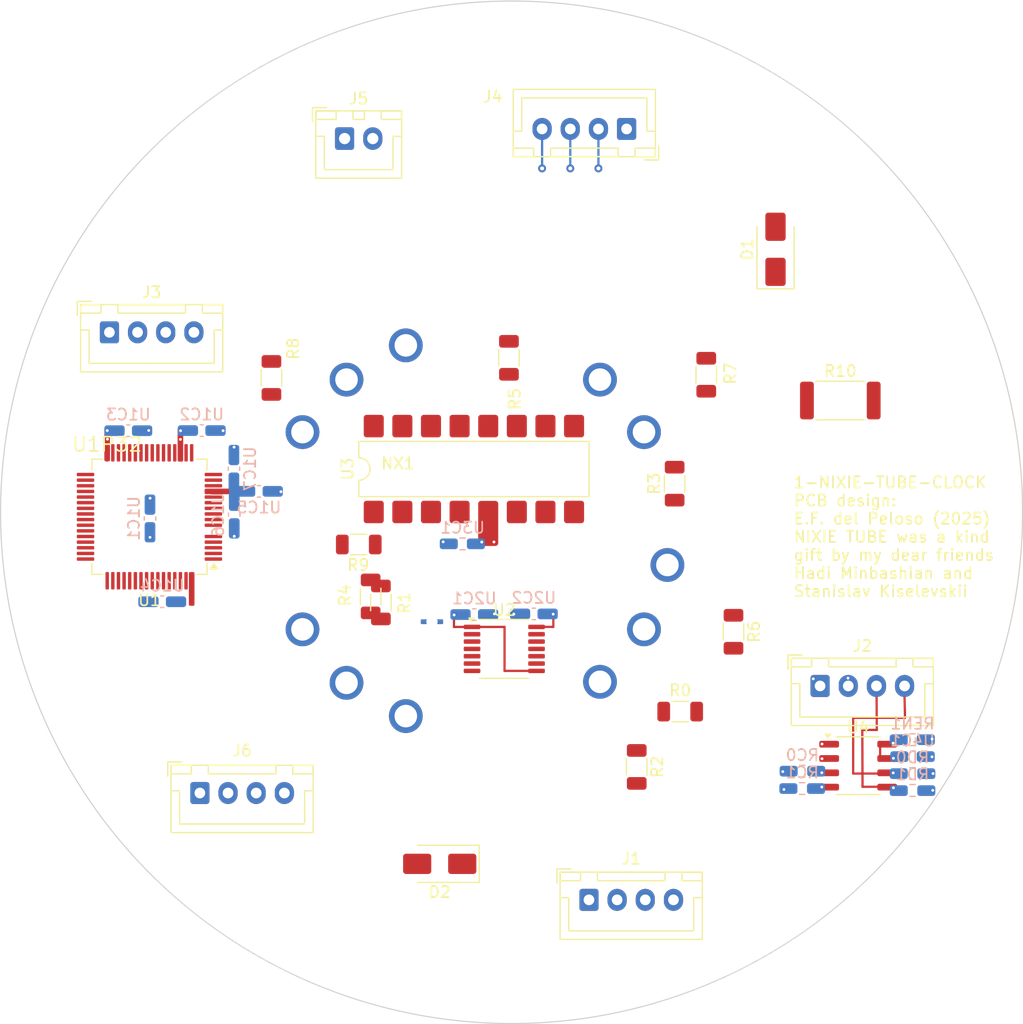
<source format=kicad_pcb>
(kicad_pcb (version 20241229) (generator "pcbnew") (generator_version "9.0")
  (layers (0 "F.Cu" signal) (4 "In1.Cu" power "3.3V Plane") (6 "In2.Cu" power "GND Plane") (8 "In3.Cu" power "5V Plane") (10 "In4.Cu" signal) (2 "B.Cu" signal) (13 "F.Paste" user) (15 "B.Paste" user) (5 "F.SilkS" user "F.Silkscreen") (7 "B.SilkS" user "B.Silkscreen") (1 "F.Mask" user) (3 "B.Mask" user) (25 "Edge.Cuts" user))
  (net 0 "")
  (net 1 "/RB2")
  (net 2 "/RB9")
  (net 3 "/RB8")
  (net 4 "/RB1")
  (net 5 "/RB5")
  (net 6 "/RB6")
  (net 7 "/RB3")
  (net 8 "/RB0")
  (net 9 "/RB7")
  (net 10 "/RB4")
  (net 11 "/RA0")
  (net 12 "/RA1")
  (net 13 "/RA2")
  (net 14 "/RA3")
  (net 15 "/RA4")
  (net 16 "/RA5")
  (net 17 "/RA6")
  (net 18 "/RA7")
  (net 20 "Net-(J1-RST)")
  (net 22 "Net-(D1-K)")
  (net 23 "/RA8")
  (net 25 "Net-(J3-Tx)")
  (net 32 "Net-(J3-Rx)")
  (net 41 "HT")
  (net 47 "+3V3")
  (net 55 "+5V")
  (net 56 "/RA9")
  (net 57 "Net-(J1-SWDIO)")
  (net 58 "Net-(J1-SWCLK)")
  (net 59 "Net-(J5-Pad2)")
  (net 60 "/B1")
  (net 61 "/B3")
  (net 63 "/B4")
  (net 64 "/B2")
  (net 67 "Net-(J6-SCL)")
  (net 68 "Net-(J6-SDA)")
  (net 76 "/A3")
  (net 77 "/A4")
  (net 78 "/A2")
  (net 79 "GND")
  (net 80 "/A1")
  (net 83 "Net-(J2-SCL)")
  (net 84 "Net-(J2-SDA)")
  (net 85 "/PCA9306/SCL")
  (net 86 "/PCA9306/SDA")
  (footprint "Connector_JST:JST_XH_B4B-XH-A_1x04_P2.50mm_Vertical" (layer "F.Cu") (at 162.529668 71.721829 180)
    (property "Reference" "J4" (at 11.87667 2.864987 0) (layer "F.SilkS"))
    (property "Value" "Power-supply")
    (pad "1" thru_hole roundrect (at 0 0 180) (size 1.7 1.95) (drill 0.95) (layers "*.Cu" "*.Mask") (roundrect_rratio 0.147059) (net 41 "HT"))
    (pad "2" thru_hole oval (at 2.5 0 180) (size 1.7 1.95) (drill 0.95) (layers "*.Cu" "*.Mask") (net 79 "GND"))
    (pad "3" thru_hole oval (at 5 0 180) (size 1.7 1.95) (drill 0.95) (layers "*.Cu" "*.Mask") (net 55 "+5V"))
    (pad "4" thru_hole oval (at 7.5 0 180) (size 1.7 1.95) (drill 0.95) (layers "*.Cu" "*.Mask") (net 47 "+3V3"))
  )
  (footprint "Package_DIP:SMDIP-16_W7.62mm" (layer "F.Cu") (at 148.975816 101.894544 90)
    (property "Reference" "U3" (at 0 -11.22 90) (layer "F.SilkS"))
    (property "Value" "K155id1")
    (pad "1" smd roundrect (at -3.81 -8.89 90) (size 2 1.78) (layers "F.Cu" "F.Mask" "F.Paste") (roundrect_rratio 0.140449) (net 23 "/RA8"))
    (pad "2" smd roundrect (at -3.81 -6.35 90) (size 2 1.78) (layers "F.Cu" "F.Mask" "F.Paste") (roundrect_rratio 0.140449) (net 56 "/RA9"))
    (pad "3" smd roundrect (at -3.81 -3.81 90) (size 2 1.78) (layers "F.Cu" "F.Mask" "F.Paste") (roundrect_rratio 0.140449) (net 60 "/B1"))
    (pad "4" smd roundrect (at -3.81 -1.27 90) (size 2 1.78) (layers "F.Cu" "F.Mask" "F.Paste") (roundrect_rratio 0.140449) (net 63 "/B4"))
    (pad "5" smd roundrect (at -4.825164 1.27 90) (size 4 1.78) (layers "F.Cu" "F.Mask" "F.Paste") (roundrect_rratio 0.140449))
    (pad "6" smd roundrect (at -3.81 3.81 90) (size 2 1.78) (layers "F.Cu" "F.Mask" "F.Paste") (roundrect_rratio 0.140449) (net 64 "/B2"))
    (pad "7" smd roundrect (at -3.81 6.35 90) (size 2 1.78) (layers "F.Cu" "F.Mask" "F.Paste") (roundrect_rratio 0.140449) (net 61 "/B3"))
    (pad "8" smd roundrect (at -3.81 8.89 90) (size 2 1.78) (layers "F.Cu" "F.Mask" "F.Paste") (roundrect_rratio 0.140449) (net 13 "/RA2"))
    (pad "9" smd roundrect (at 3.81 8.89 90) (size 2 1.78) (layers "F.Cu" "F.Mask" "F.Paste") (roundrect_rratio 0.140449) (net 14 "/RA3"))
    (pad "10" smd roundrect (at 3.81 6.35 90) (size 2 1.78) (layers "F.Cu" "F.Mask" "F.Paste") (roundrect_rratio 0.140449) (net 18 "/RA7"))
    (pad "11" smd roundrect (at 3.81 3.81 90) (size 2 1.78) (layers "F.Cu" "F.Mask" "F.Paste") (roundrect_rratio 0.140449) (net 17 "/RA6"))
    (pad "12" smd roundrect (at 3.81 1.27 90) (size 2 1.78) (layers "F.Cu" "F.Mask" "F.Paste") (roundrect_rratio 0.140449) (net 79 "GND"))
    (pad "13" smd roundrect (at 3.81 -1.27 90) (size 2 1.78) (layers "F.Cu" "F.Mask" "F.Paste") (roundrect_rratio 0.140449) (net 15 "/RA4"))
    (pad "14" smd roundrect (at 3.81 -3.81 90) (size 2 1.78) (layers "F.Cu" "F.Mask" "F.Paste") (roundrect_rratio 0.140449) (net 16 "/RA5"))
    (pad "15" smd roundrect (at 3.81 -6.35 90) (size 2 1.78) (layers "F.Cu" "F.Mask" "F.Paste") (roundrect_rratio 0.140449) (net 12 "/RA1"))
    (pad "16" smd roundrect (at 3.81 -8.89 90) (size 2 1.78) (layers "F.Cu" "F.Mask" "F.Paste") (roundrect_rratio 0.140449) (net 11 "/RA0"))
  )
  (footprint "Resistor_SMD:R_1206_3216Metric" (layer "F.Cu") (at 167.287397 123.413338 180)
    (property "Reference" "R0" (at 0 1.8796 0) (layer "F.SilkS"))
    (property "Value" "1k2")
    (pad "1" smd roundrect (at -1.4625 0 180) (size 1.125 1.75) (layers "F.Cu" "F.Mask" "F.Paste") (roundrect_rratio 0.222222) (net 11 "/RA0"))
    (pad "2" smd roundrect (at 1.4625 0 180) (size 1.125 1.75) (layers "F.Cu" "F.Mask" "F.Paste") (roundrect_rratio 0.222222) (net 8 "/RB0"))
  )
  (footprint "Connector_JST:JST_XH_B4B-XH-A_1x04_P2.50mm_Vertical" (layer "F.Cu") (at 159.188812 140.116957)
    (property "Reference" "J1" (at 3.7592 -3.6576 0) (layer "F.SilkS"))
    (property "Value" "MCU-SWD")
    (pad "1" thru_hole roundrect (at 0 0) (size 1.7 1.95) (drill 0.95) (layers "*.Cu" "*.Mask") (roundrect_rratio 0.147059) (net 58 "Net-(J1-SWCLK)"))
    (pad "2" thru_hole oval (at 2.5 0) (size 1.7 1.95) (drill 0.95) (layers "*.Cu" "*.Mask") (net 57 "Net-(J1-SWDIO)"))
    (pad "3" thru_hole oval (at 5 0) (size 1.7 1.95) (drill 0.95) (layers "*.Cu" "*.Mask") (net 79 "GND"))
    (pad "4" thru_hole oval (at 7.5 0) (size 1.7 1.95) (drill 0.95) (layers "*.Cu" "*.Mask") (net 20 "Net-(J1-RST)"))
  )
  (footprint "Nixie:nixie_socket_manual" (layer "F.Cu") (at 148.917916 107.368266)
    (property "Reference" "NX1" (at -6.689618 -5.969043 0) (layer "F.SilkS"))
    (property "Value" "FRONT")
    (pad "0" thru_hole circle (at 11.24878 13.40578) (size 3 3) (drill 2) (layers "*.Cu" "*.Mask") (net 8 "/RB0"))
    (pad "1" thru_hole circle (at -15.15544 8.75) (size 3 3) (drill 2) (layers "*.Cu" "*.Mask") (net 4 "/RB1"))
    (pad "2" thru_hole circle (at -5.98535 16.44462) (size 3 3) (drill 2) (layers "*.Cu" "*.Mask") (net 1 "/RB2"))
    (pad "3" thru_hole circle (at 15.15544 -8.75) (size 3 3) (drill 2) (layers "*.Cu" "*.Mask") (net 7 "/RB3"))
    (pad "4" thru_hole circle (at -11.24878 13.49578) (size 3 3) (drill 2) (layers "*.Cu" "*.Mask") (net 10 "/RB4"))
    (pad "5" thru_hole circle (at -5.98535 -16.44462) (size 3 3) (drill 2) (layers "*.Cu" "*.Mask") (net 5 "/RB5"))
    (pad "6" thru_hole circle (at 15.15544 8.75) (size 3 3) (drill 2) (layers "*.Cu" "*.Mask") (net 6 "/RB6"))
    (pad "7" thru_hole circle (at 11.24878 -13.40578) (size 3 3) (drill 2) (layers "*.Cu" "*.Mask") (net 9 "/RB7"))
    (pad "8" thru_hole circle (at -15.15544 -8.75) (size 3 3) (drill 2) (layers "*.Cu" "*.Mask") (net 3 "/RB8"))
    (pad "9" thru_hole circle (at -11.24878 -13.40578) (size 3 3) (drill 2) (layers "*.Cu" "*.Mask") (net 2 "/RB9"))
    (pad "10" thru_hole circle (at 17.23414 3.03884) (size 3 3) (drill 2) (layers "*.Cu" "*.Mask") (net 22 "Net-(D1-K)"))
  )
  (footprint "Resistor_SMD:R_1206_3216Metric" (layer "F.Cu") (at 172.0188 116.3318 -90)
    (property "Reference" "R6" (at 0 -1.82 90) (layer "F.SilkS"))
    (property "Value" "1k1")
    (pad "1" smd roundrect (at -1.4625 0 270) (size 1.125 1.75) (layers "F.Cu" "F.Mask" "F.Paste") (roundrect_rratio 0.222222) (net 6 "/RB6"))
    (pad "2" smd roundrect (at 1.4625 0 270) (size 1.125 1.75) (layers "F.Cu" "F.Mask" "F.Paste") (roundrect_rratio 0.222222) (net 17 "/RA6"))
  )
  (footprint "Resistor_SMD:R_1206_3216Metric" (layer "F.Cu") (at 138.755816 108.589706 180)
    (property "Reference" "R9" (at 0.0508 -1.82 0) (layer "F.SilkS"))
    (property "Value" "1k")
    (pad "1" smd roundrect (at -1.4625 0 180) (size 1.125 1.75) (layers "F.Cu" "F.Mask" "F.Paste") (roundrect_rratio 0.222222) (net 56 "/RA9"))
    (pad "2" smd roundrect (at 1.4625 0 180) (size 1.125 1.75) (layers "F.Cu" "F.Mask" "F.Paste") (roundrect_rratio 0.222222) (net 2 "/RB9"))
  )
  (footprint "Diode_SMD:D_SMA" (layer "F.Cu") (at 145.940745 136.922801 180)
    (property "Reference" "D2" (at 0 -2.5 0) (layer "F.SilkS"))
    (property "Value" "SMAJ170A")
    (pad "1" smd roundrect (at -2 0 180) (size 2.5 1.8) (layers "F.Cu" "F.Mask" "F.Paste") (roundrect_rratio 0.1388888889) (net 41 "HT"))
    (pad "2" smd roundrect (at 2 0 180) (size 2.5 1.8) (layers "F.Cu" "F.Mask" "F.Paste") (roundrect_rratio 0.1388888889) (net 79 "GND"))
  )
  (footprint "Package_SO:TSSOP-14_4.4x5mm_P0.65mm" (layer "F.Cu") (at 151.672916 117.851917)
    (property "Reference" "U2" (at 0 -3.45 0) (layer "F.SilkS"))
    (property "Value" "TXB0104PW")
    (fp_line (start -2.8625 -1.95) (end 0.023338 -1.95) (stroke (width 0.2)) (layer "F.Cu"))
    (fp_line (start 0.023338 -1.95) (end 0.023338 1.95) (stroke (width 0.2)) (layer "F.Cu"))
    (fp_line (start 0.023338 1.95) (end 2.8625 1.95) (stroke (width 0.2)) (layer "F.Cu"))
    (pad "1" smd roundrect (at -2.8625 -1.95) (size 1.475 0.4) (layers "F.Cu" "F.Mask" "F.Paste") (net 47 "+3V3"))
    (pad "2" smd roundrect (at -2.8625 -1.3) (size 1.475 0.4) (layers "F.Cu" "F.Mask" "F.Paste") (net 80 "/A1"))
    (pad "3" smd roundrect (at -2.8625 -0.65) (size 1.475 0.4) (layers "F.Cu" "F.Mask" "F.Paste") (net 78 "/A2"))
    (pad "4" smd roundrect (at -2.8625 0) (size 1.475 0.4) (layers "F.Cu" "F.Mask" "F.Paste") (net 76 "/A3"))
    (pad "5" smd roundrect (at -2.8625 0.65) (size 1.475 0.4) (layers "F.Cu" "F.Mask" "F.Paste") (net 77 "/A4"))
    (pad "6" smd roundrect (at -2.8625 1.3) (size 1.475 0.4) (layers "F.Cu" "F.Mask" "F.Paste"))
    (pad "7" smd roundrect (at -2.8625 1.95) (size 1.475 0.4) (layers "F.Cu" "F.Mask" "F.Paste") (net 79 "GND"))
    (pad "8" smd roundrect (at 2.8625 1.95) (size 1.475 0.4) (layers "F.Cu" "F.Mask" "F.Paste") (net 47 "+3V3"))
    (pad "9" smd roundrect (at 2.8625 1.3) (size 1.475 0.4) (layers "F.Cu" "F.Mask" "F.Paste"))
    (pad "10" smd roundrect (at 2.8625 0.65) (size 1.475 0.4) (layers "F.Cu" "F.Mask" "F.Paste") (net 63 "/B4"))
    (pad "11" smd roundrect (at 2.8625 0) (size 1.475 0.4) (layers "F.Cu" "F.Mask" "F.Paste") (net 61 "/B3"))
    (pad "12" smd roundrect (at 2.8625 -0.65) (size 1.475 0.4) (layers "F.Cu" "F.Mask" "F.Paste") (net 64 "/B2"))
    (pad "13" smd roundrect (at 2.8625 -1.3) (size 1.475 0.4) (layers "F.Cu" "F.Mask" "F.Paste") (net 60 "/B1"))
    (pad "14" smd roundrect (at 2.8625 -1.95) (size 1.475 0.4) (layers "F.Cu" "F.Mask" "F.Paste") (net 55 "+5V"))
    (pad "15" thru_hole roundrect (at -6.418017 -2.41) (size 1.975 0.4) (drill 1) (layers "*.Cu" "*.Mask") (roundrect_rratio 0.15))
  )
  (footprint "" (layer "F.Cu") (at 160.029668 75.221829 90)
    (property "Reference" "J4P2" (hide yes))
    (property "Value" "")
    (pad "15" thru_hole circle (at 0 0 90) (size 0.7 0.7) (drill 0.35) (layers "*.Cu" "*.Mask") (net 79 "GND"))
  )
  (footprint "Connector_JST:JST_XH_B4B-XH-A_1x04_P2.50mm_Vertical" (layer "F.Cu") (at 124.650982 130.638694)
    (property "Reference" "J6" (at 3.75 -3.7592 0) (layer "F.SilkS"))
    (property "Value" "OLED")
    (pad "1" thru_hole roundrect (at 0 0) (size 1.7 1.95) (drill 0.95) (layers "*.Cu" "*.Mask") (roundrect_rratio 0.147059) (net 67 "Net-(J6-SCL)"))
    (pad "2" thru_hole oval (at 2.5 0) (size 1.7 1.95) (drill 0.95) (layers "*.Cu" "*.Mask") (net 68 "Net-(J6-SDA)"))
    (pad "3" thru_hole oval (at 5 0) (size 1.7 1.95) (drill 0.95) (layers "*.Cu" "*.Mask") (net 47 "+3V3"))
    (pad "4" thru_hole oval (at 7.5 0) (size 1.7 1.95) (drill 0.95) (layers "*.Cu" "*.Mask") (net 79 "GND"))
  )
  (footprint "Resistor_SMD:R_1206_3216Metric" (layer "F.Cu") (at 169.600959 93.529477 90)
    (property "Reference" "R7" (at 0.1123 2.1336 90) (layer "F.SilkS"))
    (property "Value" "3k6")
    (pad "1" smd roundrect (at -1.4625 0 90) (size 1.125 1.75) (layers "F.Cu" "F.Mask" "F.Paste") (roundrect_rratio 0.222222) (net 18 "/RA7"))
    (pad "2" smd roundrect (at 1.4625 0 90) (size 1.125 1.75) (layers "F.Cu" "F.Mask" "F.Paste") (roundrect_rratio 0.222222) (net 9 "/RB7"))
  )
  (footprint "Connector_JST:JST_XH_B2B-XH-A_1x02_P2.50mm_Vertical" (layer "F.Cu") (at 137.500001 72.576496)
    (property "Reference" "J5" (at 1.25 -3.55 0) (layer "F.SilkS"))
    (property "Value" "Littelfuse-0218.020HXP")
    (pad "1" thru_hole roundrect (at 0 0) (size 1.7 2) (drill 1) (layers "*.Cu" "*.Mask") (roundrect_rratio 0.147059) (net 41 "HT"))
    (pad "2" thru_hole oval (at 2.5 0) (size 1.7 2) (drill 1) (layers "*.Cu" "*.Mask") (net 59 "Net-(J5-Pad2)"))
  )
  (footprint "" (layer "F.Cu") (at 157.529668 75.221829 90)
    (property "Reference" "J4P3" (hide yes))
    (property "Value" "" (hide yes))
    (pad "16" thru_hole circle (at 0 0 90) (size 0.7 0.7) (drill 0.35) (layers "*.Cu" "*.Mask") (net 55 "+5V"))
  )
  (footprint "Connector_JST:JST_XH_B4B-XH-A_1x04_P2.50mm_Vertical" (layer "F.Cu") (at 116.621823 89.765718)
    (property "Reference" "J3" (at 3.75 -3.55 0) (layer "F.SilkS"))
    (property "Value" "GPS-M8N")
    (pad "1" thru_hole roundrect (at 0 0) (size 1.7 1.95) (drill 0.95) (layers "*.Cu" "*.Mask") (roundrect_rratio 0.147059) (net 79 "GND"))
    (pad "2" thru_hole oval (at 2.5 0) (size 1.7 1.95) (drill 0.95) (layers "*.Cu" "*.Mask") (net 32 "Net-(J3-Rx)"))
    (pad "3" thru_hole oval (at 5 0) (size 1.7 1.95) (drill 0.95) (layers "*.Cu" "*.Mask") (net 25 "Net-(J3-Tx)"))
    (pad "4" thru_hole oval (at 7.5 0) (size 1.7 1.95) (drill 0.95) (layers "*.Cu" "*.Mask") (net 47 "+3V3"))
  )
  (footprint "Resistor_SMD:R_1206_3216Metric" (layer "F.Cu") (at 131.004101 93.810159 90)
    (property "Reference" "R8" (at 2.5908 1.9304 90) (layer "F.SilkS"))
    (property "Value" "0R")
    (pad "1" smd roundrect (at -1.4625 0 90) (size 1.125 1.75) (layers "F.Cu" "F.Mask" "F.Paste") (roundrect_rratio 0.222222) (net 3 "/RB8"))
    (pad "2" smd roundrect (at 1.4625 0 90) (size 1.125 1.75) (layers "F.Cu" "F.Mask" "F.Paste") (roundrect_rratio 0.222222) (net 23 "/RA8"))
  )
  (footprint "Resistor_SMD:R_1206_3216Metric" (layer "F.Cu") (at 139.8088 113.195433 -90)
    (property "Reference" "R4" (at -0.1016 2.286 90) (layer "F.SilkS"))
    (property "Value" "3k3")
    (pad "1" smd roundrect (at -1.4625 0 270) (size 1.125 1.75) (layers "F.Cu" "F.Mask" "F.Paste") (roundrect_rratio 0.222222) (net 15 "/RA4"))
    (pad "2" smd roundrect (at 1.4625 0 270) (size 1.125 1.75) (layers "F.Cu" "F.Mask" "F.Paste") (roundrect_rratio 0.222222) (net 10 "/RB4"))
  )
  (footprint "Package_SO:SO-8_3.9x4.9mm_P1.27mm" (layer "F.Cu") (at 183.084671 128.211638)
    (property "Reference" "U4" (at 0 -3.4 0) (layer "F.SilkS"))
    (property "Value" "PCA9306D")
    (pad "1" smd roundrect (at -2.575 -1.905) (size 1.75 0.6) (layers "F.Cu" "F.Mask" "F.Paste"))
    (pad "2" smd roundrect (at -2.575 -0.635) (size 1.75 0.6) (layers "F.Cu" "F.Mask" "F.Paste") (net 47 "+3V3"))
    (pad "3" smd roundrect (at -2.575 0.635) (size 1.75 0.6) (layers "F.Cu" "F.Mask" "F.Paste") (net 85 "/PCA9306/SCL"))
    (pad "4" smd roundrect (at -2.575 1.905) (size 1.75 0.6) (layers "F.Cu" "F.Mask" "F.Paste") (net 86 "/PCA9306/SDA"))
    (pad "5" smd roundrect (at 2.575 1.905) (size 1.75 0.6) (layers "F.Cu" "F.Mask" "F.Paste") (net 84 "Net-(J2-SDA)"))
    (pad "6" smd roundrect (at 2.575 0.635) (size 1.75 0.6) (layers "F.Cu" "F.Mask" "F.Paste") (net 83 "Net-(J2-SCL)"))
    (pad "7" smd roundrect (at 2.575 -0.635) (size 1.75 0.6) (layers "F.Cu" "F.Mask" "F.Paste") (net 55 "+5V"))
    (pad "8" smd roundrect (at 2.575 -1.905) (size 1.75 0.6) (layers "F.Cu" "F.Mask" "F.Paste") (net 55 "+5V"))
  )
  (footprint "" (layer "F.Cu") (at 155.029668 75.221829 90)
    (property "Reference" "J4P4" (hide yes))
    (property "Value" "")
    (pad "17" thru_hole circle (at 0 0 90) (size 0.7 0.7) (drill 0.35) (layers "*.Cu" "*.Mask") (net 47 "+3V3"))
  )
  (footprint "Resistor_SMD:R_1206_3216Metric" (layer "F.Cu") (at 152.08478 92.026688 90)
    (property "Reference" "R5" (at -3.6576 0.508 90) (layer "F.SilkS"))
    (property "Value" "1k1")
    (pad "1" smd roundrect (at -1.4625 0 90) (size 1.125 1.75) (layers "F.Cu" "F.Mask" "F.Paste") (roundrect_rratio 0.222222) (net 16 "/RA5"))
    (pad "2" smd roundrect (at 1.4625 0 90) (size 1.125 1.75) (layers "F.Cu" "F.Mask" "F.Paste") (roundrect_rratio 0.222222) (net 5 "/RB5"))
  )
  (footprint "Resistor_SMD:R_1206_3216Metric" (layer "F.Cu") (at 166.794034 103.191774 90)
    (property "Reference" "R3" (at 0 -1.82 90) (layer "F.SilkS"))
    (property "Value" "1k5")
    (pad "1" smd roundrect (at -1.4625 0 90) (size 1.125 1.75) (layers "F.Cu" "F.Mask" "F.Paste") (roundrect_rratio 0.222222) (net 14 "/RA3"))
    (pad "2" smd roundrect (at 1.4625 0 90) (size 1.125 1.75) (layers "F.Cu" "F.Mask" "F.Paste") (roundrect_rratio 0.222222) (net 7 "/RB3"))
  )
  (footprint "" (layer "F.Cu") (at 116.42196 99.709435 180)
    (property "Reference" "U1P32" (at 0 0 0) (layer "F.SilkS") (effects (font (size 1.27 1.27))))
    (property "Value" "")
    (pad "32" smd roundrect (at 0 0 180) (size 0.5 3) (layers "F.Cu" "F.Mask" "F.Paste") (net 47 "+3V3"))
  )
  (footprint "Resistor_SMD:R_1206_3216Metric" (layer "F.Cu") (at 140.7188 113.7318 -90)
    (property "Reference" "R1" (at 0.0508 -2.0828 90) (layer "F.SilkS"))
    (property "Value" "4k7")
    (pad "1" smd roundrect (at -1.4625 0 270) (size 1.125 1.75) (layers "F.Cu" "F.Mask" "F.Paste") (roundrect_rratio 0.222222) (net 4 "/RB1"))
    (pad "2" smd roundrect (at 1.4625 0 270) (size 1.125 1.75) (layers "F.Cu" "F.Mask" "F.Paste") (roundrect_rratio 0.222222) (net 12 "/RA1"))
  )
  (footprint "Resistor_SMD:R_1206_3216Metric" (layer "F.Cu") (at 163.426937 128.323956 -90)
    (property "Reference" "R2" (at 0 -1.82 90) (layer "F.SilkS"))
    (property "Value" "1k1")
    (pad "1" smd roundrect (at -1.4625 0 270) (size 1.125 1.75) (layers "F.Cu" "F.Mask" "F.Paste") (roundrect_rratio 0.222222) (net 13 "/RA2"))
    (pad "2" smd roundrect (at 1.4625 0 270) (size 1.125 1.75) (layers "F.Cu" "F.Mask" "F.Paste") (roundrect_rratio 0.222222) (net 1 "/RB2"))
  )
  (footprint "Connector_JST:JST_XH_B4B-XH-A_1x04_P2.50mm_Vertical" (layer "F.Cu") (at 179.705433 121.140134)
    (property "Reference" "J2" (at 3.75 -3.55 0) (layer "F.SilkS"))
    (property "Value" "Omron")
    (pad "1" thru_hole roundrect (at 0 0) (size 1.7 1.95) (drill 0.95) (layers "*.Cu" "*.Mask") (roundrect_rratio 0.147059) (net 79 "GND"))
    (pad "2" thru_hole oval (at 2.5 0) (size 1.7 1.95) (drill 0.95) (layers "*.Cu" "*.Mask") (net 55 "+5V"))
    (pad "3" thru_hole oval (at 5 0) (size 1.7 1.95) (drill 0.95) (layers "*.Cu" "*.Mask") (net 84 "Net-(J2-SDA)"))
    (pad "4" thru_hole oval (at 7.5 0) (size 1.7 1.95) (drill 0.95) (layers "*.Cu" "*.Mask") (net 83 "Net-(J2-SCL)"))
  )
  (footprint "Diode_SMD:D_SMA" (layer "F.Cu") (at 175.746648 82.399074 90)
    (property "Reference" "D1" (at 0 -2.5 90) (layer "F.SilkS"))
    (property "Value" "US1M_R3G")
    (pad "1" smd roundrect (at -2 0 90) (size 2.5 1.8) (layers "F.Cu" "F.Mask" "F.Paste") (roundrect_rratio 0.1388888889) (net 22 "Net-(D1-K)"))
    (pad "2" smd roundrect (at 2 0 90) (size 2.5 1.8) (layers "F.Cu" "F.Mask" "F.Paste") (roundrect_rratio 0.1388888889) (net 79 "GND"))
  )
  (footprint "Package_QFP:LQFP-64_10x10mm_P0.5mm" (layer "F.Cu") (at 120.174968 106.1297 180)
    (property "Reference" "U1" (at 0 -7.4 0) (layer "F.SilkS"))
    (property "Value" "STM32L4A6RGTx")
    (pad "1" smd roundrect (at -5.675 -3.75 180) (size 1.55 0.3) (layers "F.Cu" "F.Mask" "F.Paste") (net 47 "+3V3"))
    (pad "2" smd roundrect (at -5.675 -3.25 180) (size 1.55 0.3) (layers "F.Cu" "F.Mask" "F.Paste"))
    (pad "3" smd roundrect (at -5.675 -2.75 180) (size 1.55 0.3) (layers "F.Cu" "F.Mask" "F.Paste"))
    (pad "4" smd roundrect (at -5.675 -2.25 180) (size 1.55 0.3) (layers "F.Cu" "F.Mask" "F.Paste"))
    (pad "5" smd roundrect (at -5.675 -1.75 180) (size 1.55 0.3) (layers "F.Cu" "F.Mask" "F.Paste"))
    (pad "7" smd roundrect (at -5.675 -0.75 180) (size 1.55 0.3) (layers "F.Cu" "F.Mask" "F.Paste") (net 20 "Net-(J1-RST)"))
    (pad "8" smd roundrect (at -5.675 -0.25 180) (size 1.55 0.3) (layers "F.Cu" "F.Mask" "F.Paste"))
    (pad "9" smd roundrect (at -5.675 0.25 180) (size 1.55 0.3) (layers "F.Cu" "F.Mask" "F.Paste"))
    (pad "10" smd roundrect (at -5.675 0.75 180) (size 1.55 0.3) (layers "F.Cu" "F.Mask" "F.Paste"))
    (pad "11" smd roundrect (at -5.675 1.25 180) (size 1.55 0.3) (layers "F.Cu" "F.Mask" "F.Paste"))
    (pad "12" smd roundrect (at -5.675 1.75 180) (size 1.55 0.3) (layers "F.Cu" "F.Mask" "F.Paste") (net 79 "GND"))
    (pad "13" smd roundrect (at -6.445 2.25 180) (size 3.1 0.5) (layers "F.Cu" "F.Mask" "F.Paste") (net 47 "+3V3"))
    (pad "14" smd roundrect (at -5.675 2.75 180) (size 1.55 0.3) (layers "F.Cu" "F.Mask" "F.Paste") (net 80 "/A1"))
    (pad "15" smd roundrect (at -5.675 3.25 180) (size 1.55 0.3) (layers "F.Cu" "F.Mask" "F.Paste") (net 78 "/A2"))
    (pad "16" smd roundrect (at -5.675 3.75 180) (size 1.55 0.3) (layers "F.Cu" "F.Mask" "F.Paste"))
    (pad "17" smd roundrect (at -3.75 5.675 180) (size 0.3 1.55) (layers "F.Cu" "F.Mask" "F.Paste"))
    (pad "18" smd roundrect (at -3.25 5.675 180) (size 0.3 1.55) (layers "F.Cu" "F.Mask" "F.Paste") (net 79 "GND"))
    (pad "19" smd roundrect (at -2.75 6.125 180) (size 0.4 2.325) (layers "F.Cu" "F.Mask" "F.Paste") (net 47 "+3V3"))
    (pad "19" smd roundrect (at -2.75 6.3932 180) (size 0.5 3) (layers "F.Cu" "F.Mask" "F.Paste") (net 47 "+3V3"))
    (pad "20" smd roundrect (at -2.25 5.675 180) (size 0.3 1.55) (layers "F.Cu" "F.Mask" "F.Paste") (net 76 "/A3"))
    (pad "21" smd roundrect (at -1.75 5.675 180) (size 0.3 1.55) (layers "F.Cu" "F.Mask" "F.Paste") (net 77 "/A4"))
    (pad "22" smd roundrect (at -1.25 5.675 180) (size 0.3 1.55) (layers "F.Cu" "F.Mask" "F.Paste"))
    (pad "23" smd roundrect (at -0.75 5.675 180) (size 0.3 1.55) (layers "F.Cu" "F.Mask" "F.Paste"))
    (pad "24" smd roundrect (at -0.25 5.675 180) (size 0.3 1.55) (layers "F.Cu" "F.Mask" "F.Paste") (net 25 "Net-(J3-Tx)"))
    (pad "25" smd roundrect (at 0.25 5.675 180) (size 0.3 1.55) (layers "F.Cu" "F.Mask" "F.Paste"))
    (pad "26" smd roundrect (at 0.75 5.675 180) (size 0.3 1.55) (layers "F.Cu" "F.Mask" "F.Paste"))
    (pad "27" smd roundrect (at 1.25 5.675 180) (size 0.3 1.55) (layers "F.Cu" "F.Mask" "F.Paste"))
    (pad "28" smd roundrect (at 1.75 5.675 180) (size 0.3 1.55) (layers "F.Cu" "F.Mask" "F.Paste"))
    (pad "29" smd roundrect (at 2.25 5.675 180) (size 0.3 1.55) (layers "F.Cu" "F.Mask" "F.Paste"))
    (pad "30" smd roundrect (at 2.75 5.675 180) (size 0.3 1.55) (layers "F.Cu" "F.Mask" "F.Paste") (net 32 "Net-(J3-Rx)"))
    (pad "31" smd roundrect (at 3.25 5.675 180) (size 0.3 1.55) (layers "F.Cu" "F.Mask" "F.Paste") (net 79 "GND"))
    (pad "32" smd roundrect (at 3.75 5.675 180) (size 0.3 1.55) (layers "F.Cu" "F.Mask" "F.Paste") (net 47 "+3V3"))
    (pad "33" smd roundrect (at 5.675 3.75 180) (size 1.55 0.3) (layers "F.Cu" "F.Mask" "F.Paste"))
    (pad "34" smd roundrect (at 5.675 3.25 180) (size 1.55 0.3) (layers "F.Cu" "F.Mask" "F.Paste"))
    (pad "35" smd roundrect (at 5.675 2.75 180) (size 1.55 0.3) (layers "F.Cu" "F.Mask" "F.Paste"))
    (pad "36" smd roundrect (at 5.675 2.25 180) (size 1.55 0.3) (layers "F.Cu" "F.Mask" "F.Paste"))
    (pad "37" smd roundrect (at 5.675 1.75 180) (size 1.55 0.3) (layers "F.Cu" "F.Mask" "F.Paste"))
    (pad "38" smd roundrect (at 5.675 1.25 180) (size 1.55 0.3) (layers "F.Cu" "F.Mask" "F.Paste"))
    (pad "39" smd roundrect (at 5.675 0.75 180) (size 1.55 0.3) (layers "F.Cu" "F.Mask" "F.Paste"))
    (pad "40" smd roundrect (at 5.675 0.25 180) (size 1.55 0.3) (layers "F.Cu" "F.Mask" "F.Paste"))
    (pad "41" smd roundrect (at 5.675 -0.25 180) (size 1.55 0.3) (layers "F.Cu" "F.Mask" "F.Paste"))
    (pad "42" smd roundrect (at 5.675 -0.75 180) (size 1.55 0.3) (layers "F.Cu" "F.Mask" "F.Paste"))
    (pad "43" smd roundrect (at 5.675 -1.25 180) (size 1.55 0.3) (layers "F.Cu" "F.Mask" "F.Paste"))
    (pad "44" smd roundrect (at 5.675 -1.75 180) (size 1.55 0.3) (layers "F.Cu" "F.Mask" "F.Paste"))
    (pad "45" smd roundrect (at 5.675 -2.25 180) (size 1.55 0.3) (layers "F.Cu" "F.Mask" "F.Paste"))
    (pad "46" smd roundrect (at 5.675 -2.75 180) (size 1.55 0.3) (layers "F.Cu" "F.Mask" "F.Paste") (net 57 "Net-(J1-SWDIO)"))
    (pad "47" smd roundrect (at 5.675 -3.25 180) (size 1.55 0.3) (layers "F.Cu" "F.Mask" "F.Paste") (net 79 "GND"))
    (pad "48" smd roundrect (at 5.675 -3.75 180) (size 1.55 0.3) (layers "F.Cu" "F.Mask" "F.Paste") (net 47 "+3V3"))
    (pad "49" smd roundrect (at 3.75 -5.675 180) (size 0.3 1.55) (layers "F.Cu" "F.Mask" "F.Paste") (net 58 "Net-(J1-SWCLK)"))
    (pad "50" smd roundrect (at 3.25 -5.675 180) (size 0.3 1.55) (layers "F.Cu" "F.Mask" "F.Paste"))
    (pad "51" smd roundrect (at 2.75 -5.675 180) (size 0.3 1.55) (layers "F.Cu" "F.Mask" "F.Paste"))
    (pad "52" smd roundrect (at 2.25 -5.675 180) (size 0.3 1.55) (layers "F.Cu" "F.Mask" "F.Paste"))
    (pad "53" smd roundrect (at 1.75 -5.675 180) (size 0.3 1.55) (layers "F.Cu" "F.Mask" "F.Paste"))
    (pad "54" smd roundrect (at 1.25 -5.675 180) (size 0.3 1.55) (layers "F.Cu" "F.Mask" "F.Paste"))
    (pad "55" smd roundrect (at 0.75 -5.675 180) (size 0.3 1.55) (layers "F.Cu" "F.Mask" "F.Paste"))
    (pad "56" smd roundrect (at 0.25 -5.675 180) (size 0.3 1.55) (layers "F.Cu" "F.Mask" "F.Paste"))
    (pad "57" smd roundrect (at -0.25 -5.675 180) (size 0.3 1.55) (layers "F.Cu" "F.Mask" "F.Paste"))
    (pad "58" smd roundrect (at -0.75 -5.675 180) (size 0.3 1.55) (layers "F.Cu" "F.Mask" "F.Paste") (net 67 "Net-(J6-SCL)"))
    (pad "59" smd roundrect (at -1.25 -5.675 180) (size 0.3 1.55) (layers "F.Cu" "F.Mask" "F.Paste") (net 68 "Net-(J6-SDA)"))
    (pad "60" smd roundrect (at -1.75 -5.675 180) (size 0.3 1.55) (layers "F.Cu" "F.Mask" "F.Paste"))
    (pad "61" smd roundrect (at -2.25 -5.675 180) (size 0.3 1.55) (layers "F.Cu" "F.Mask" "F.Paste") (net 85 "/PCA9306/SCL"))
    (pad "62" smd roundrect (at -2.75 -5.675 180) (size 0.3 1.55) (layers "F.Cu" "F.Mask" "F.Paste") (net 86 "/PCA9306/SDA"))
    (pad "63" smd roundrect (at -3.25 -5.675 180) (size 0.3 1.55) (layers "F.Cu" "F.Mask" "F.Paste") (net 79 "GND"))
    (pad "64" smd roundrect (at -3.75 -6.4008 180) (size 0.5 3) (layers "F.Cu" "F.Mask" "F.Paste"))
  )
  (footprint "Resistor_SMD:R_2512_6332Metric" (layer "F.Cu") (at 181.498617 95.816563)
    (property "Reference" "R10" (at 0 -2.62 0) (layer "F.SilkS"))
    (property "Value" "4k7")
    (pad "1" smd roundrect (at -2.9625 0) (size 1.225 3.35) (layers "F.Cu" "F.Mask" "F.Paste") (roundrect_rratio 0.204082) (net 59 "Net-(J5-Pad2)"))
    (pad "2" smd roundrect (at 2.9625 0) (size 1.225 3.35) (layers "F.Cu" "F.Mask" "F.Paste") (roundrect_rratio 0.204082) (net 22 "Net-(D1-K)"))
  )
  (footprint "Resistor_SMD:R_0603_1608Metric" (layer "B.Cu") (at 187.909833 128.909265 180)
    (property "Reference" "RD0" (at 0 1.43 0) (layer "B.SilkS") (effects (justify mirror)))
    (property "Value" "10k")
    (pad "1" smd roundrect (at -1.225 -0.011291 180) (size 1.6 0.95) (layers "B.Cu" "B.Mask" "B.Paste") (net 83 "Net-(J2-SCL)"))
    (pad "2" smd roundrect (at 1.225 -0.011291 180) (size 1.6 0.95) (layers "B.Cu" "B.Mask" "B.Paste") (net 55 "+5V"))
  )
  (footprint "Resistor_SMD:R_0603_1608Metric" (layer "B.Cu") (at 187.909833 130.409265 180)
    (property "Reference" "RD1" (at 0 1.43 0) (layer "B.SilkS") (effects (justify mirror)))
    (property "Value" "10k")
    (pad "1" smd roundrect (at -1.225 -0.016537 180) (size 1.6 0.95) (layers "B.Cu" "B.Mask" "B.Paste") (net 55 "+5V"))
    (pad "2" smd roundrect (at 1.225 -0.016537 180) (size 1.6 0.95) (layers "B.Cu" "B.Mask" "B.Paste") (net 84 "Net-(J2-SDA)"))
  )
  (footprint "Capacitor_SMD:C_0603_1608Metric" (layer "B.Cu") (at 118.299589 98.493757 180)
    (property "Reference" "U1C3" (at 0 1.43 0) (layer "B.SilkS") (effects (justify mirror)))
    (property "Value" "100N")
    (pad "1" smd roundrect (at -1.225 0 180) (size 1.8 0.95) (layers "B.Cu" "B.Mask" "B.Paste"))
    (pad "2" smd roundrect (at 1.225 0 180) (size 1.8 0.95) (layers "B.Cu" "B.Mask" "B.Paste") (net 79 "GND"))
  )
  (footprint "Capacitor_SMD:C_0603_1608Metric" (layer "B.Cu") (at 129.892851 103.873555)
    (property "Reference" "U1C5" (at 0 1.43 0) (layer "B.SilkS") (effects (justify mirror)))
    (property "Value" "100N")
    (pad "1" smd roundrect (at -1.225 0) (size 1.8 0.95) (layers "B.Cu" "B.Mask" "B.Paste"))
    (pad "2" smd roundrect (at 1.225 0) (size 1.8 0.95) (layers "B.Cu" "B.Mask" "B.Paste"))
  )
  (footprint "Resistor_SMD:R_0603_1608Metric" (layer "B.Cu") (at 187.909833 125.909265 180)
    (property "Reference" "REN1" (at 0 1.43 0) (layer "B.SilkS") (effects (justify mirror)))
    (property "Value" "200k")
    (pad "1" smd roundrect (at -1.181877 0 180) (size 1.6 0.95) (layers "B.Cu" "B.Mask" "B.Paste") (net 55 "+5V"))
    (pad "2" smd roundrect (at 1.225 0 180) (size 1.6 0.95) (layers "B.Cu" "B.Mask" "B.Paste") (net 55 "+5V"))
  )
  (footprint "Capacitor_SMD:C_0603_1608Metric" (layer "B.Cu") (at 127.67485 101.876222 90)
    (property "Reference" "U1C7" (at 0 1.43 90) (layer "B.SilkS") (effects (justify mirror)))
    (property "Value" "100N")
    (pad "1" smd roundrect (at -1.225 0 90) (size 1.8 0.95) (layers "B.Cu" "B.Mask" "B.Paste"))
    (pad "2" smd roundrect (at 1.225 0 90) (size 1.8 0.95) (layers "B.Cu" "B.Mask" "B.Paste"))
  )
  (footprint "Capacitor_SMD:C_0603_1608Metric" (layer "B.Cu") (at 149.012916 114.805434 180)
    (property "Reference" "U2C1" (at 0 1.43 0) (layer "B.SilkS") (effects (justify mirror)))
    (property "Value" "100N")
    (pad "1" smd roundrect (at -1.225 0 180) (size 1.8 0.95) (layers "B.Cu" "B.Mask" "B.Paste"))
    (pad "2" smd roundrect (at 1.225 0 180) (size 1.8 0.95) (layers "B.Cu" "B.Mask" "B.Paste"))
  )
  (footprint "Capacitor_SMD:C_0603_1608Metric" (layer "B.Cu") (at 154.295541 114.750028 180)
    (property "Reference" "U2C2" (at 0 1.43 0) (layer "B.SilkS") (effects (justify mirror)))
    (property "Value" "100N")
    (pad "1" smd roundrect (at -1.225 0 180) (size 1.8 0.95) (layers "B.Cu" "B.Mask" "B.Paste"))
    (pad "2" smd roundrect (at 1.225 0 180) (size 1.8 0.95) (layers "B.Cu" "B.Mask" "B.Paste"))
  )
  (footprint "Resistor_SMD:R_0603_1608Metric" (layer "B.Cu") (at 147.971521 108.533596 180)
    (property "Reference" "U3C1" (at 0 1.43 0) (layer "B.SilkS") (effects (justify mirror)))
    (property "Value" "1U")
    (pad "1" smd roundrect (at -1.181877 0 180) (size 1.6 0.95) (layers "B.Cu" "B.Mask" "B.Paste"))
    (pad "2" smd roundrect (at 1.225 0 180) (size 1.6 0.95) (layers "B.Cu" "B.Mask" "B.Paste"))
  )
  (footprint "Capacitor_SMD:C_0603_1608Metric" (layer "B.Cu") (at 124.815088 98.482608 180)
    (property "Reference" "U1C2" (at 0 1.43 0) (layer "B.SilkS") (effects (justify mirror)))
    (property "Value" "100N")
    (pad "1" smd roundrect (at -1.225 0 180) (size 1.8 0.95) (layers "B.Cu" "B.Mask" "B.Paste"))
    (pad "2" smd roundrect (at 1.225 0 180) (size 1.8 0.95) (layers "B.Cu" "B.Mask" "B.Paste") (net 47 "+3V3"))
  )
  (footprint "Capacitor_SMD:C_0603_1608Metric" (layer "B.Cu") (at 127.702434 105.93525 -90)
    (property "Reference" "U1C6" (at 0 1.43 90) (layer "B.SilkS") (effects (justify mirror)))
    (property "Value" "100N")
    (pad "1" smd roundrect (at -1.225 0 270) (size 1.8 0.95) (layers "B.Cu" "B.Mask" "B.Paste"))
    (pad "2" smd roundrect (at 1.225 0 270) (size 1.8 0.95) (layers "B.Cu" "B.Mask" "B.Paste"))
  )
  (footprint "Capacitor_SMD:C_0603_1608Metric" (layer "B.Cu") (at 187.909833 127.409265 180)
    (property "Reference" "U4C1" (at 0 1.43 0) (layer "B.SilkS") (effects (justify mirror)))
    (property "Value" "100P")
    (pad "1" smd roundrect (at -1.175 0 180) (size 1.6 0.95) (layers "B.Cu" "B.Mask" "B.Paste") (net 79 "GND"))
    (pad "2" smd roundrect (at 1.175 0 180) (size 1.6 0.95) (layers "B.Cu" "B.Mask" "B.Paste") (net 79 "GND"))
  )
  (footprint "Resistor_SMD:R_0603_1608Metric" (layer "B.Cu") (at 178.115587 130.243081 180)
    (property "Reference" "RC1" (at 0 1.43 0) (layer "B.SilkS") (effects (justify mirror)))
    (property "Value" "10k")
    (pad "1" smd roundrect (at -1.226816 0 180) (size 1.6 0.95) (layers "B.Cu" "B.Mask" "B.Paste") (net 47 "+3V3"))
    (pad "2" smd roundrect (at 1.223184 0 180) (size 1.6 0.95) (layers "B.Cu" "B.Mask" "B.Paste"))
  )
  (footprint "Capacitor_SMD:C_0603_1608Metric" (layer "B.Cu") (at 120.224968 106.2797 -90)
    (property "Reference" "U1C1" (at 0 1.43 90) (layer "B.SilkS") (effects (justify mirror)))
    (property "Value" "4.7U")
    (pad "1" smd roundrect (at -1.225 0 270) (size 1.8 0.95) (layers "B.Cu" "B.Mask" "B.Paste") (net 79 "GND"))
    (pad "2" smd roundrect (at 1.225 0 270) (size 1.8 0.95) (layers "B.Cu" "B.Mask" "B.Paste") (net 47 "+3V3"))
  )
  (footprint "Capacitor_SMD:C_0603_1608Metric" (layer "B.Cu") (at 121.31197 113.668041 180)
    (property "Reference" "U1C4" (at 0 1.43 0) (layer "B.SilkS") (effects (justify mirror)))
    (property "Value" "100N")
    (pad "1" smd roundrect (at -1.225 0 180) (size 1.8 0.95) (layers "B.Cu" "B.Mask" "B.Paste") (net 79 "GND"))
    (pad "2" smd roundrect (at 1.225 0 180) (size 1.8 0.95) (layers "B.Cu" "B.Mask" "B.Paste"))
  )
  (footprint "Resistor_SMD:R_0603_1608Metric" (layer "B.Cu") (at 178.137171 128.701198 180)
    (property "Reference" "RC0" (at 0 1.43 0) (layer "B.SilkS") (effects (justify mirror)))
    (property "Value" "10k")
    (pad "1" smd roundrect (at -1.225 0 180) (size 1.6 0.95) (layers "B.Cu" "B.Mask" "B.Paste") (net 85 "/PCA9306/SCL"))
    (pad "2" smd roundrect (at 1.225 0 180) (size 1.6 0.95) (layers "B.Cu" "B.Mask" "B.Paste") (net 47 "+3V3"))
  )
  (gr_line (start 156.025667 115.898703) (end 156.025667 114.970939) (stroke (width 0.2)) (layer "F.Cu") (net 55))
  (gr_line (start 148.233347 115.901917) (end 147.207315 115.901917) (stroke (width 0.2)) (layer "F.Cu") (net 47))
  (gr_line (start 185.034671 127.622787) (end 185.034671 126.302395) (stroke (width 0.2)) (layer "F.Cu") (net 55))
  (gr_line (start 184.737068 125.040134) (end 183.452166 125.040134) (stroke (width 0.2)) (layer "F.Cu") (net 84))
  (gr_line (start 182.641689 123.963927) (end 182.641689 128.909562) (stroke (width 0.2)) (layer "F.Cu"))
  (gr_line (start 155.166186 115.895734) (end 156.025667 115.898703) (stroke (width 0.2)) (layer "F.Cu") (net 55))
  (gr_line (start 187.196174 121.852733) (end 187.243617 123.963927) (stroke (width 0.2)) (layer "F.Cu") (net 83))
  (gr_line (start 183.471934 130.084017) (end 184.942653 130.084017) (stroke (width 0.2)) (layer "F.Cu") (net 84))
  (gr_line (start 182.641689 128.909562) (end 185.176178 128.909562) (stroke (width 0.2)) (layer "F.Cu"))
  (gr_line (start 183.452166 125.040134) (end 183.471934 130.084017) (stroke (width 0.2)) (layer "F.Cu") (net 84))
  (gr_line (start 147.207315 115.901917) (end 147.207315 115.018441) (stroke (width 0.2)) (layer "F.Cu") (net 47))
  (gr_line (start 187.243617 123.963927) (end 182.641689 123.963927) (stroke (width 0.2)) (layer "F.Cu"))
  (gr_line (start 184.717301 121.836919) (end 184.737068 125.040134) (stroke (width 0.2)) (layer "F.Cu") (net 84))
  (gr_line (start 157.529668 72.721829) (end 157.529668 74.921829) (stroke (width 0.2)) (layer "B.Cu") (net 55))
  (gr_line (start 160.029668 72.521829) (end 160.029668 74.921829) (stroke (width 0.2)) (layer "B.Cu") (net 79))
  (gr_line (start 155.029668 72.621829) (end 155.029668 74.921829) (stroke (width 0.2)) (layer "B.Cu") (net 47))
  (gr_circle (center 152.3188 105.7318) (end 197.6188 108.0318) (stroke (width 0.1)) (fill no) (layer "Edge.Cuts"))
  (gr_text "1-NIXIE-TUBE-CLOCK\nPCB design:\nE.F. del Peloso (2025)\nNIXIE TUBE was a kind\ngift by my dear friends\nHadi Minbashian and\nStanislav Kiselevskii" (at 177.277978 107.908442 0) (layer "F.SilkS") (effects (font (size 1 1)) (justify left)))
  (via blind (at 149.668632 108.374412) (size 0.3) (drill 0.25) (layers "F.Cu" "B.Cu") (net 0))
  (via blind (at 122.939825 98.49761) (size 0.3) (drill 0.25) (layers "F.Cu" "B.Cu") (net 0))
  (via blind (at 186.212089 127.554273) (size 0.3) (drill 0.25) (layers "F.Cu" "B.Cu") (net 0))
  (via blind (at 186.212428 130.169931) (size 0.3) (drill 0.25) (layers "F.Cu" "B.Cu") (net 0))
  (via blind (at 186.192536 126.214926) (size 0.3) (drill 0.25) (layers "F.Cu" "B.Cu") (net 0))
  (via blind (at 116.434744 98.483339) (size 0.3) (drill 0.25) (layers "F.Cu" "B.Cu") (net 0))
  (via blind (at 179.856364 130.104707) (size 0.3) (drill 0.25) (layers "F.Cu" "B.Cu") (net 0))
  (via blind (at 186.195534 128.852248) (size 0.3) (drill 0.25) (layers "F.Cu" "B.Cu") (net 0))
  (via blind (at 179.856364 128.839572) (size 0.3) (drill 0.25) (layers "F.Cu" "B.Cu") (net 0))
  (via blind (at 147.222078 114.842371) (size 0.3) (drill 0.25) (layers "F.Cu" "B.Cu") (net 47))
  (via blind (at 116.445162 99.243863) (size 0.3) (drill 0.25) (layers "F.Cu" "In1.Cu") (net 47))
  (via blind (at 179.876132 127.594204) (size 0.3) (drill 0.25) (layers "F.Cu" "In1.Cu") (net 47))
  (via blind (at 122.924823 99.262718) (size 0.3) (drill 0.25) (layers "F.Cu" "In1.Cu") (net 47))
  (via blind (at 176.397011 128.740733) (size 0.3) (drill 0.25) (layers "In1.Cu" "B.Cu") (net 47))
  (via blind (at 120.224968 107.9547) (size 0.3) (drill 0.25) (layers "In1.Cu" "B.Cu") (net 47))
  (via blind (at 176.49585 130.322152) (size 0.3) (drill 0.25) (layers "In1.Cu" "B.Cu") (net 47))
  (via blind (at 156.013118 114.768497) (size 0.3) (drill 0.25) (layers "F.Cu" "B.Cu") (net 55))
  (via blind (at 150.753664 108.365543) (size 0.3) (drill 0.25) (layers "F.Cu" "In3.Cu") (net 55))
  (via blind (at 182.184975 120.448276) (size 0.3) (drill 0.25) (layers "F.Cu" "In3.Cu") (net 55))
  (via blind (at 189.726228 128.911596) (size 0.3) (drill 0.25) (layers "In3.Cu" "B.Cu") (net 55))
  (via blind (at 189.646151 125.845767) (size 0.3) (drill 0.25) (layers "In3.Cu" "B.Cu") (net 55))
  (via blind (at 189.703349 130.398752) (size 0.3) (drill 0.25) (layers "In3.Cu" "B.Cu") (net 55))
  (via blind (at 179.101209 120.507579) (size 0.3) (drill 0.25) (layers "F.Cu" "In2.Cu") (net 79))
  (via blind (at 179.876132 126.289534) (size 0.3) (drill 0.25) (layers "F.Cu" "In2.Cu") (net 79))
  (via blind (at 127.703741 107.857159) (size 0.3) (drill 0.25) (layers "In2.Cu" "B.Cu") (net 79))
  (via blind (at 146.248802 108.351201) (size 0.3) (drill 0.250012) (layers "In2.Cu" "B.Cu") (net 79))
  (via blind (at 152.51703 114.761933) (size 0.3) (drill 0.25) (layers "In2.Cu" "B.Cu") (net 79))
  (via blind (at 150.798426 114.749108) (size 0.3) (drill 0.25) (layers "In2.Cu" "B.Cu") (net 79))
  (via blind (at 120.234096 104.482256) (size 0.3) (drill 0.25) (layers "In2.Cu" "B.Cu") (net 79))
  (via blind (at 126.707021 98.493757) (size 0.3) (drill 0.25) (layers "In2.Cu" "B.Cu") (net 79))
  (via blind (at 131.843083 103.905385) (size 0.3) (drill 0.25) (layers "In2.Cu" "B.Cu") (net 79))
  (via blind (at 120.112344 98.472921) (size 0.3) (drill 0.25) (layers "In2.Cu" "B.Cu") (net 79))
  (via blind (at 127.687192 99.951772) (size 0.3) (drill 0.25) (layers "In2.Cu" "B.Cu") (net 79))
  (via blind (at 189.634711 127.42444) (size 0.3) (drill 0.25) (layers "In2.Cu" "B.Cu") (net 79))
)
</source>
